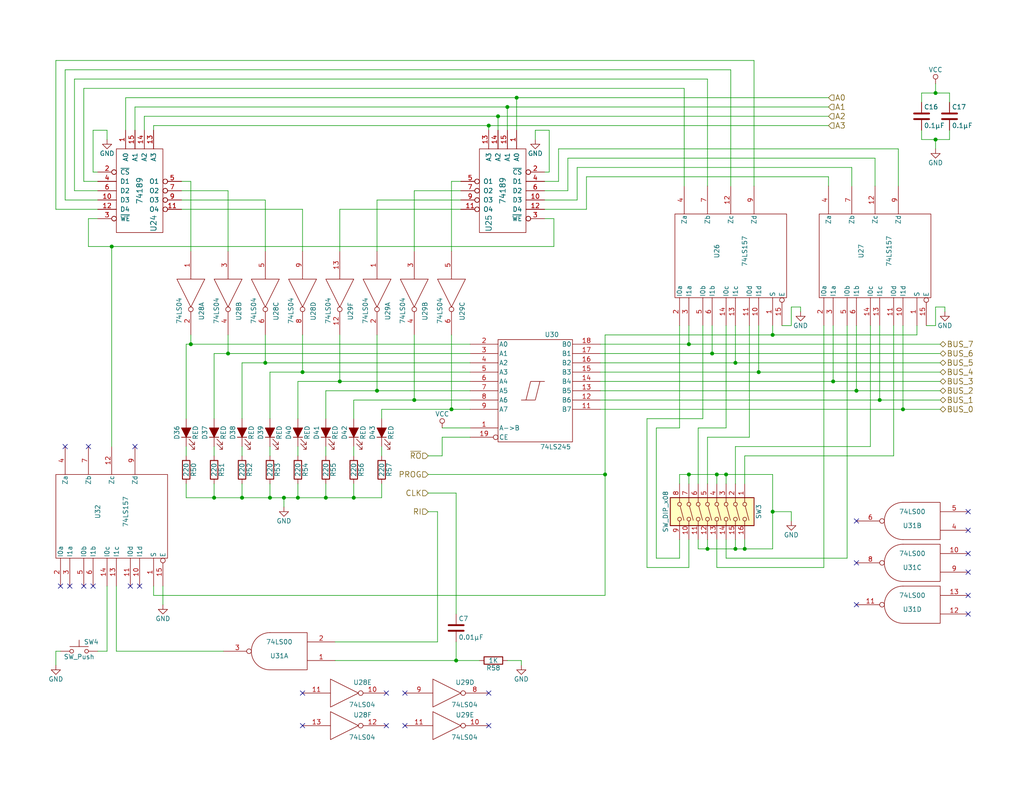
<source format=kicad_sch>
(kicad_sch (version 20231120) (generator "eeschema") (generator_version "8.0")
  (paper "USLetter")
  (lib_symbols
    (symbol "8bit-computer-rescue:74189-8bit-computer-rescue" (pin_names (offset 1.016))
      (property "Reference" "U" (at 8.89 -3.81 0))
      (property "Value" "8bit-computer-rescue:74189" (at 0 0 0))
      (symbol "74189-8bit-computer-rescue_0_1"
        (rectangle (start -11.43 6.35) (end 11.43 -6.35))
      )
      (symbol "74189-8bit-computer-rescue_1_1"
        (pin input line (at -16.51 3.81 0) (length 5.08) (name "A0") (number "1"))
        (pin input line (at 2.54 11.43 270) (length 5.08) (name "D3") (number "10"))
        (pin output inverted (at 5.08 -11.43 90) (length 5.08) (name "O4") (number "11"))
        (pin input line (at 5.08 11.43 270) (length 5.08) (name "D4") (number "12"))
        (pin input line (at -16.51 -3.81 0) (length 5.08) (name "A3") (number "13"))
        (pin input line (at -16.51 -1.27 0) (length 5.08) (name "A2") (number "14"))
        (pin input line (at -16.51 1.27 0) (length 5.08) (name "A1") (number "15"))
        (pin power_in line (at 10.16 11.43 270) (length 5.08) hide (name "VCC") (number "16"))
        (pin input inverted (at -5.08 11.43 270) (length 5.08) (name "~{CS}") (number "2"))
        (pin input inverted (at 7.62 11.43 270) (length 5.08) (name "~{WE}") (number "3"))
        (pin input line (at -2.54 11.43 270) (length 5.08) (name "D1") (number "4"))
        (pin output inverted (at -2.54 -11.43 90) (length 5.08) (name "O1") (number "5"))
        (pin input line (at 0 11.43 270) (length 5.08) (name "D2") (number "6"))
        (pin output inverted (at 0 -11.43 90) (length 5.08) (name "O2") (number "7"))
        (pin power_in line (at 10.16 -11.43 90) (length 5.08) hide (name "GND") (number "8"))
        (pin output inverted (at 2.54 -11.43 90) (length 5.08) (name "O3") (number "9"))
      )
    )
    (symbol "8bit-computer-rescue:74LS00-8bit-computer-rescue" (pin_names (offset 0.762))
      (property "Reference" "U" (at 0 1.27 0))
      (property "Value" "8bit-computer-rescue:74LS00" (at 0 -2.54 0))
      (symbol "74LS00-8bit-computer-rescue_0_0"
        (pin power_in line (at -5.08 5.08 270) (length 0) hide (name "VCC") (number "14"))
        (pin power_in line (at -5.08 -5.08 90) (length 0) hide (name "GND") (number "7"))
      )
      (symbol "74LS00-8bit-computer-rescue_0_1"
        (polyline (pts (xy 2.54 5.08) (xy -7.62 5.08) (xy -7.62 -5.08) (xy 2.54 -5.08)))
        (arc (start 2.54 -5.08) (mid 7.62 0) (end 2.54 5.08))
      )
      (symbol "74LS00-8bit-computer-rescue_0_2"
        (arc (start -7.62 -5.08) (mid -5.2253 0) (end -7.62 5.08))
        (arc (start 0 -5.08) (mid 4.5408 -3.6305) (end 7.62 0))
        (polyline (pts (xy -7.62 -5.08) (xy 0 -5.08)))
        (polyline (pts (xy -7.62 5.08) (xy 0 5.08)))
        (arc (start 7.62 0) (mid 4.5343 3.6226) (end 0 5.08))
      )
      (symbol "74LS00-8bit-computer-rescue_1_1"
        (pin input line (at -15.24 2.54 0) (length 7.62) (name "~") (number "1"))
        (pin input line (at -15.24 -2.54 0) (length 7.62) (name "~") (number "2"))
        (pin output inverted (at 15.24 0 180) (length 7.62) (name "~") (number "3"))
      )
      (symbol "74LS00-8bit-computer-rescue_1_2"
        (pin input inverted (at -15.24 2.54 0) (length 9.398) (name "~") (number "1"))
        (pin input inverted (at -15.24 -2.54 0) (length 9.398) (name "~") (number "2"))
        (pin output line (at 15.24 0 180) (length 7.62) (name "~") (number "3"))
      )
      (symbol "74LS00-8bit-computer-rescue_2_1"
        (pin input line (at -15.24 2.54 0) (length 7.62) (name "~") (number "4"))
        (pin input line (at -15.24 -2.54 0) (length 7.62) (name "~") (number "5"))
        (pin output inverted (at 15.24 0 180) (length 7.62) (name "~") (number "6"))
      )
      (symbol "74LS00-8bit-computer-rescue_2_2"
        (pin input inverted (at -15.24 2.54 0) (length 9.398) (name "~") (number "4"))
        (pin input inverted (at -15.24 -2.54 0) (length 9.398) (name "~") (number "5"))
        (pin output line (at 15.24 0 180) (length 7.62) (name "~") (number "6"))
      )
      (symbol "74LS00-8bit-computer-rescue_3_1"
        (pin input line (at -15.24 -2.54 0) (length 7.62) (name "~") (number "10"))
        (pin output inverted (at 15.24 0 180) (length 7.62) (name "~") (number "8"))
        (pin input line (at -15.24 2.54 0) (length 7.62) (name "~") (number "9"))
      )
      (symbol "74LS00-8bit-computer-rescue_3_2"
        (pin input inverted (at -15.24 -2.54 0) (length 9.398) (name "~") (number "10"))
        (pin output line (at 15.24 0 180) (length 7.62) (name "~") (number "8"))
        (pin input inverted (at -15.24 2.54 0) (length 9.398) (name "~") (number "9"))
      )
      (symbol "74LS00-8bit-computer-rescue_4_1"
        (pin output inverted (at 15.24 0 180) (length 7.62) (name "~") (number "11"))
        (pin input line (at -15.24 2.54 0) (length 7.62) (name "~") (number "12"))
        (pin input line (at -15.24 -2.54 0) (length 7.62) (name "~") (number "13"))
      )
      (symbol "74LS00-8bit-computer-rescue_4_2"
        (pin output line (at 15.24 0 180) (length 7.62) (name "~") (number "11"))
        (pin input inverted (at -15.24 2.54 0) (length 9.398) (name "~") (number "12"))
        (pin input inverted (at -15.24 -2.54 0) (length 9.398) (name "~") (number "13"))
      )
    )
    (symbol "8bit-computer-rescue:74LS04-8bit-computer-rescue" (pin_names (offset 0.762))
      (property "Reference" "U" (at 4.953 2.921 0))
      (property "Value" "8bit-computer-rescue:74LS04" (at 4.826 -3.175 0))
      (symbol "74LS04-8bit-computer-rescue_0_0"
        (polyline (pts (xy -3.81 3.81) (xy -3.81 -3.81) (xy 3.81 0) (xy -3.81 3.81)))
        (pin power_in line (at -1.27 2.54 90) (length 0) hide (name "VCC") (number "14"))
        (pin power_in line (at -1.27 -2.54 90) (length 0) hide (name "GND") (number "7"))
      )
      (symbol "74LS04-8bit-computer-rescue_1_1"
        (pin input line (at -11.43 0 0) (length 7.62) (name "~") (number "1"))
        (pin output inverted (at 11.43 0 180) (length 7.62) (name "~") (number "2"))
      )
      (symbol "74LS04-8bit-computer-rescue_1_2"
        (pin input inverted (at -11.43 0 0) (length 7.62) (name "~") (number "1"))
        (pin output line (at 11.43 0 180) (length 7.62) (name "~") (number "2"))
      )
      (symbol "74LS04-8bit-computer-rescue_2_1"
        (pin input line (at -11.43 0 0) (length 7.62) (name "~") (number "3"))
        (pin output inverted (at 11.43 0 180) (length 7.62) (name "~") (number "4"))
      )
      (symbol "74LS04-8bit-computer-rescue_2_2"
        (pin input inverted (at -11.43 0 0) (length 7.62) (name "~") (number "3"))
        (pin output line (at 11.43 0 180) (length 7.62) (name "~") (number "4"))
      )
      (symbol "74LS04-8bit-computer-rescue_3_1"
        (pin input line (at -11.43 0 0) (length 7.62) (name "~") (number "5"))
        (pin output inverted (at 11.43 0 180) (length 7.62) (name "~") (number "6"))
      )
      (symbol "74LS04-8bit-computer-rescue_3_2"
        (pin input inverted (at -11.43 0 0) (length 7.62) (name "~") (number "5"))
        (pin output line (at 11.43 0 180) (length 7.62) (name "~") (number "6"))
      )
      (symbol "74LS04-8bit-computer-rescue_4_1"
        (pin output inverted (at 11.43 0 180) (length 7.62) (name "~") (number "8"))
        (pin input line (at -11.43 0 0) (length 7.62) (name "~") (number "9"))
      )
      (symbol "74LS04-8bit-computer-rescue_4_2"
        (pin output line (at 11.43 0 180) (length 7.62) (name "~") (number "8"))
        (pin input inverted (at -11.43 0 0) (length 7.62) (name "~") (number "9"))
      )
      (symbol "74LS04-8bit-computer-rescue_5_1"
        (pin output inverted (at 11.43 0 180) (length 7.62) (name "~") (number "10"))
        (pin input line (at -11.43 0 0) (length 7.62) (name "~") (number "11"))
      )
      (symbol "74LS04-8bit-computer-rescue_5_2"
        (pin output line (at 11.43 0 180) (length 7.62) (name "~") (number "10"))
        (pin input inverted (at -11.43 0 0) (length 7.62) (name "~") (number "11"))
      )
      (symbol "74LS04-8bit-computer-rescue_6_1"
        (pin output inverted (at 11.43 0 180) (length 7.62) (name "~") (number "12"))
        (pin input line (at -11.43 0 0) (length 7.62) (name "~") (number "13"))
      )
      (symbol "74LS04-8bit-computer-rescue_6_2"
        (pin output line (at 11.43 0 180) (length 7.62) (name "~") (number "12"))
        (pin input inverted (at -11.43 0 0) (length 7.62) (name "~") (number "13"))
      )
    )
    (symbol "8bit-computer-rescue:74LS157-8bit-computer-rescue" (pin_names (offset 0.254))
      (property "Reference" "U" (at 1.27 3.81 0))
      (property "Value" "8bit-computer-rescue:74LS157" (at 1.27 -3.81 0))
      (symbol "74LS157-8bit-computer-rescue_0_0"
        (pin power_in line (at -8.89 15.24 90) (length 0) hide (name "VCC") (number "16"))
        (pin power_in line (at -8.89 -15.24 90) (length 0) hide (name "GND") (number "8"))
      )
      (symbol "74LS157-8bit-computer-rescue_0_1"
        (rectangle (start -11.43 15.24) (end 11.43 -15.24))
      )
      (symbol "74LS157-8bit-computer-rescue_1_1"
        (pin input line (at -19.05 -11.43 0) (length 7.62) (name "S") (number "1"))
        (pin input line (at -19.05 -7.62 0) (length 7.62) (name "I1d") (number "10"))
        (pin input line (at -19.05 -5.08 0) (length 7.62) (name "I0d") (number "11"))
        (pin output line (at 19.05 0 180) (length 7.62) (name "Zc") (number "12"))
        (pin input line (at -19.05 -1.27 0) (length 7.62) (name "I1c") (number "13"))
        (pin input line (at -19.05 1.27 0) (length 7.62) (name "I0c") (number "14"))
        (pin input inverted (at -19.05 -13.97 0) (length 7.62) (name "E") (number "15"))
        (pin input line (at -19.05 13.97 0) (length 7.62) (name "I0a") (number "2"))
        (pin input line (at -19.05 11.43 0) (length 7.62) (name "I1a") (number "3"))
        (pin output line (at 19.05 12.7 180) (length 7.62) (name "Za") (number "4"))
        (pin input line (at -19.05 7.62 0) (length 7.62) (name "I0b") (number "5"))
        (pin input line (at -19.05 5.08 0) (length 7.62) (name "I1b") (number "6"))
        (pin output line (at 19.05 6.35 180) (length 7.62) (name "Zb") (number "7"))
        (pin output line (at 19.05 -6.35 180) (length 7.62) (name "Zd") (number "9"))
      )
    )
    (symbol "8bit-computer-rescue:74LS245-8bit-computer-rescue" (pin_names (offset 0.254))
      (property "Reference" "U" (at 2.54 14.605 0))
      (property "Value" "8bit-computer-rescue:74LS245" (at 1.27 -14.605 0))
      (symbol "74LS245-8bit-computer-rescue_0_0"
        (pin power_in line (at 0 -13.97 90) (length 0) hide (name "GND") (number "10"))
        (pin power_in line (at 0 13.97 270) (length 0) hide (name "VCC") (number "20"))
      )
      (symbol "74LS245-8bit-computer-rescue_0_1"
        (rectangle (start -10.16 13.97) (end 10.16 -13.97))
        (polyline (pts (xy 1.27 2.54) (xy 0 -2.54) (xy -2.54 -2.54)))
        (polyline (pts (xy 2.54 2.54) (xy -1.27 2.54) (xy -2.54 -2.54) (xy -3.81 -2.54)))
      )
      (symbol "74LS245-8bit-computer-rescue_1_1"
        (pin input line (at -17.78 -10.16 0) (length 7.62) (name "A->B") (number "1"))
        (pin tri_state line (at 17.78 -5.08 180) (length 7.62) (name "B7") (number "11"))
        (pin tri_state line (at 17.78 -2.54 180) (length 7.62) (name "B6") (number "12"))
        (pin tri_state line (at 17.78 0 180) (length 7.62) (name "B5") (number "13"))
        (pin tri_state line (at 17.78 2.54 180) (length 7.62) (name "B4") (number "14"))
        (pin tri_state line (at 17.78 5.08 180) (length 7.62) (name "B3") (number "15"))
        (pin tri_state line (at 17.78 7.62 180) (length 7.62) (name "B2") (number "16"))
        (pin tri_state line (at 17.78 10.16 180) (length 7.62) (name "B1") (number "17"))
        (pin tri_state line (at 17.78 12.7 180) (length 7.62) (name "B0") (number "18"))
        (pin input inverted (at -17.78 -12.7 0) (length 7.62) (name "CE") (number "19"))
        (pin tri_state line (at -17.78 12.7 0) (length 7.62) (name "A0") (number "2"))
        (pin tri_state line (at -17.78 10.16 0) (length 7.62) (name "A1") (number "3"))
        (pin tri_state line (at -17.78 7.62 0) (length 7.62) (name "A2") (number "4"))
        (pin tri_state line (at -17.78 5.08 0) (length 7.62) (name "A3") (number "5"))
        (pin tri_state line (at -17.78 2.54 0) (length 7.62) (name "A4") (number "6"))
        (pin tri_state line (at -17.78 0 0) (length 7.62) (name "A5") (number "7"))
        (pin tri_state line (at -17.78 -2.54 0) (length 7.62) (name "A6") (number "8"))
        (pin tri_state line (at -17.78 -5.08 0) (length 7.62) (name "A7") (number "9"))
      )
    )
    (symbol "8bit-computer-rescue:GND-power" (power) (pin_names (offset 0))
      (property "Value" "power:GND" (at 0 -3.81 0))
      (symbol "GND-power_0_1"
        (polyline (pts (xy 0 0) (xy 0 -1.27) (xy 1.27 -1.27) (xy 0 -2.54) (xy -1.27 -1.27) (xy 0 -1.27)))
      )
      (symbol "GND-power_1_1"
        (pin power_in line (at 0 0 270) (length 0) hide (name "GND") (number "1"))
      )
    )
    (symbol "8bit-computer-rescue:LED_ALT-Device" (pin_numbers hide) (pin_names (offset 1.016) hide)
      (property "Reference" "D" (at 0 2.54 0))
      (property "Value" "Device:LED_ALT" (at 0 -2.54 0))
      (symbol "LED_ALT-Device_0_1"
        (polyline (pts (xy -1.27 -1.27) (xy -1.27 1.27)) (stroke (width 0.2032)))
        (polyline (pts (xy -1.27 0) (xy 1.27 0)))
        (polyline (pts (xy 1.27 -1.27) (xy 1.27 1.27) (xy -1.27 0) (xy 1.27 -1.27)) (stroke (width 0.2032)) (fill (type outline)))
        (polyline (pts (xy -3.048 -0.762) (xy -4.572 -2.286) (xy -3.81 -2.286) (xy -4.572 -2.286) (xy -4.572 -1.524)))
        (polyline (pts (xy -1.778 -0.762) (xy -3.302 -2.286) (xy -2.54 -2.286) (xy -3.302 -2.286) (xy -3.302 -1.524)))
      )
      (symbol "LED_ALT-Device_1_1"
        (pin passive line (at -3.81 0 0) (length 2.54) (name "K") (number "1"))
        (pin passive line (at 3.81 0 180) (length 2.54) (name "A") (number "2"))
      )
    )
    (symbol "8bit-computer-rescue:SW_DIP_x08-8bit-computer-rescue" (pin_names (offset 0) hide)
      (property "Reference" "SW" (at 0 13.97 0))
      (property "Value" "8bit-computer-rescue:SW_DIP_x08" (at 0 -11.43 0))
      (symbol "SW_DIP_x08-8bit-computer-rescue_0_0"
        (circle (center -2.032 -7.62) (radius 0.508))
        (circle (center -2.032 -5.08) (radius 0.508))
        (circle (center -2.032 -2.54) (radius 0.508))
        (circle (center -2.032 0) (radius 0.508))
        (circle (center -2.032 2.54) (radius 0.508))
        (circle (center -2.032 5.08) (radius 0.508))
        (circle (center -2.032 7.62) (radius 0.508))
        (circle (center -2.032 10.16) (radius 0.508))
        (polyline (pts (xy -1.524 -7.4676) (xy 2.3622 -6.4262)))
        (polyline (pts (xy -1.524 -4.9276) (xy 2.3622 -3.8862)))
        (polyline (pts (xy -1.524 -2.3876) (xy 2.3622 -1.3462)))
        (polyline (pts (xy -1.524 0.127) (xy 2.3622 1.1684)))
        (polyline (pts (xy -1.524 2.667) (xy 2.3622 3.7084)))
        (polyline (pts (xy -1.524 5.207) (xy 2.3622 6.2484)))
        (polyline (pts (xy -1.524 7.747) (xy 2.3622 8.7884)))
        (polyline (pts (xy -1.524 10.287) (xy 2.3622 11.3284)))
        (circle (center 2.032 -7.62) (radius 0.508))
        (circle (center 2.032 -5.08) (radius 0.508))
        (circle (center 2.032 -2.54) (radius 0.508))
        (circle (center 2.032 0) (radius 0.508))
        (circle (center 2.032 2.54) (radius 0.508))
        (circle (center 2.032 5.08) (radius 0.508))
        (circle (center 2.032 7.62) (radius 0.508))
        (circle (center 2.032 10.16) (radius 0.508))
      )
      (symbol "SW_DIP_x08-8bit-computer-rescue_0_1"
        (rectangle (start -3.81 12.7) (end 3.81 -10.16) (stroke (width 0.254)) (fill (type background)))
      )
      (symbol "SW_DIP_x08-8bit-computer-rescue_1_1"
        (pin passive line (at -7.62 10.16 0) (length 5.08) (name "~") (number "1"))
        (pin passive line (at 7.62 -5.08 180) (length 5.08) (name "~") (number "10"))
        (pin passive line (at 7.62 -2.54 180) (length 5.08) (name "~") (number "11"))
        (pin passive line (at 7.62 0 180) (length 5.08) (name "~") (number "12"))
        (pin passive line (at 7.62 2.54 180) (length 5.08) (name "~") (number "13"))
        (pin passive line (at 7.62 5.08 180) (length 5.08) (name "~") (number "14"))
        (pin passive line (at 7.62 7.62 180) (length 5.08) (name "~") (number "15"))
        (pin passive line (at 7.62 10.16 180) (length 5.08) (name "~") (number "16"))
        (pin passive line (at -7.62 7.62 0) (length 5.08) (name "~") (number "2"))
        (pin passive line (at -7.62 5.08 0) (length 5.08) (name "~") (number "3"))
        (pin passive line (at -7.62 2.54 0) (length 5.08) (name "~") (number "4"))
        (pin passive line (at -7.62 0 0) (length 5.08) (name "~") (number "5"))
        (pin passive line (at -7.62 -2.54 0) (length 5.08) (name "~") (number "6"))
        (pin passive line (at -7.62 -5.08 0) (length 5.08) (name "~") (number "7"))
        (pin passive line (at -7.62 -7.62 0) (length 5.08) (name "~") (number "8"))
        (pin passive line (at 7.62 -7.62 180) (length 5.08) (name "~") (number "9"))
      )
    )
    (symbol "8bit-computer-rescue:SW_Push-8bit-computer-rescue" (pin_numbers hide) (pin_names (offset 1.016) hide)
      (property "Reference" "SW" (at 1.27 2.54 0))
      (property "Value" "8bit-computer-rescue:SW_Push" (at 0 -1.524 0))
      (symbol "SW_Push-8bit-computer-rescue_0_1"
        (circle (center -2.032 0) (radius 0.508))
        (polyline (pts (xy 0 1.27) (xy 0 3.048)))
        (polyline (pts (xy 2.54 1.27) (xy -2.54 1.27)))
        (circle (center 2.032 0) (radius 0.508))
        (pin passive line (at -5.08 0 0) (length 2.54) (name "1") (number "1"))
        (pin passive line (at 5.08 0 180) (length 2.54) (name "2") (number "2"))
      )
    )
    (symbol "8bit-computer-rescue:VCC-power" (power) (pin_names (offset 0))
      (property "Value" "power:VCC" (at 0 3.81 0))
      (symbol "VCC-power_0_1"
        (polyline (pts (xy 0 0) (xy 0 1.27)))
        (circle (center 0 1.905) (radius 0.635))
      )
      (symbol "VCC-power_1_1"
        (pin power_in line (at 0 0 90) (length 0) hide (name "VCC") (number "1"))
      )
    )
    (symbol "Device:C" (pin_numbers hide) (pin_names (offset 0.254))
      (property "Reference" "C" (at 0.635 2.54 0))
      (property "Value" "C" (at 0.635 -2.54 0))
      (symbol "C_0_1"
        (polyline (pts (xy -2.032 -0.762) (xy 2.032 -0.762)) (stroke (width 0.508)))
        (polyline (pts (xy -2.032 0.762) (xy 2.032 0.762)) (stroke (width 0.508)))
      )
      (symbol "C_1_1"
        (pin passive line (at 0 3.81 270) (length 2.794) (name "~") (number "1"))
        (pin passive line (at 0 -3.81 90) (length 2.794) (name "~") (number "2"))
      )
    )
    (symbol "Device:R" (pin_numbers hide) (pin_names (offset 0))
      (property "Reference" "R" (at 2.032 0 90))
      (property "Value" "R" (at 0 0 90))
      (symbol "R_0_1"
        (rectangle (start -1.016 -2.54) (end 1.016 2.54) (stroke (width 0.254)))
      )
      (symbol "R_1_1"
        (pin passive line (at 0 3.81 270) (length 1.27) (name "~") (number "1"))
        (pin passive line (at 0 -3.81 90) (length 1.27) (name "~") (number "2"))
      )
    )
  )
  (junction (at 102.87 106.68))
  (junction (at 195.58 129.54))
  (junction (at 233.68 106.68))
  (junction (at 207.01 101.6))
  (junction (at 198.12 129.54))
  (junction (at 255.27 38.1))
  (junction (at 81.28 135.89))
  (junction (at 88.9 135.89))
  (junction (at 210.82 139.7))
  (junction (at 227.33 104.14))
  (junction (at 200.66 149.86))
  (junction (at 92.71 104.14))
  (junction (at 52.07 93.98))
  (junction (at 187.96 129.54))
  (junction (at 123.19 111.76))
  (junction (at 62.23 96.52))
  (junction (at 138.43 29.21))
  (junction (at 187.96 93.98))
  (junction (at 124.46 180.34))
  (junction (at 140.97 26.67))
  (junction (at 77.47 135.89))
  (junction (at 82.55 101.6))
  (junction (at 66.04 135.89))
  (junction (at 30.48 67.31))
  (junction (at 113.03 109.22))
  (junction (at 203.2 149.86))
  (junction (at 240.03 109.22))
  (junction (at 210.82 91.44))
  (junction (at 72.39 99.06))
  (junction (at 246.38 111.76))
  (junction (at 194.31 96.52))
  (junction (at 200.66 99.06))
  (junction (at 135.89 31.75))
  (junction (at 165.1 129.54))
  (junction (at 73.66 135.89))
  (junction (at 255.27 25.4))
  (junction (at 193.04 149.86))
  (junction (at 133.35 34.29))
  (junction (at 58.42 135.89))
  (junction (at 96.52 135.89))
  (no_connect (at 110.49 198.12))
  (no_connect (at 264.16 162.56))
  (no_connect (at 105.41 189.23))
  (no_connect (at 36.83 121.92))
  (no_connect (at 82.55 189.23))
  (no_connect (at 110.49 189.23))
  (no_connect (at 16.51 160.02))
  (no_connect (at 264.16 167.64))
  (no_connect (at 264.16 144.78))
  (no_connect (at 264.16 151.13))
  (no_connect (at 233.68 153.67))
  (no_connect (at 38.1 160.02))
  (no_connect (at 82.55 198.12))
  (no_connect (at 264.16 139.7))
  (no_connect (at 233.68 165.1))
  (no_connect (at 22.86 160.02))
  (no_connect (at 105.41 198.12))
  (no_connect (at 233.68 142.24))
  (no_connect (at 35.56 160.02))
  (no_connect (at 17.78 121.92))
  (no_connect (at 133.35 189.23))
  (no_connect (at 24.13 121.92))
  (no_connect (at 133.35 198.12))
  (no_connect (at 264.16 156.21))
  (no_connect (at 19.05 160.02))
  (no_connect (at 25.4 160.02))
  (wire (pts (xy 30.48 67.31) (xy 24.13 67.31)))
  (wire (pts (xy 199.39 19.05) (xy 199.39 50.8)))
  (wire (pts (xy 82.55 91.44) (xy 82.55 101.6)))
  (wire (pts (xy 29.21 35.56) (xy 29.21 38.1)))
  (wire (pts (xy 165.1 129.54) (xy 165.1 162.56)))
  (wire (pts (xy 73.66 101.6) (xy 82.55 101.6)))
  (wire (pts (xy 133.35 34.29) (xy 226.06 34.29)))
  (wire (pts (xy 190.5 149.86) (xy 190.5 147.32)))
  (wire (pts (xy 255.27 25.4) (xy 259.08 25.4)))
  (wire (pts (xy 102.87 106.68) (xy 128.27 106.68)))
  (wire (pts (xy 66.04 99.06) (xy 66.04 114.3)))
  (wire (pts (xy 92.71 104.14) (xy 128.27 104.14)))
  (wire (pts (xy 250.19 91.44) (xy 250.19 88.9)))
  (wire (pts (xy 193.04 21.59) (xy 193.04 50.8)))
  (wire (pts (xy 152.4 49.53) (xy 148.59 49.53)))
  (wire (pts (xy 190.5 132.08) (xy 190.5 116.84)))
  (wire (pts (xy 17.78 54.61) (xy 26.67 54.61)))
  (wire (pts (xy 41.91 35.56) (xy 41.91 34.29)))
  (wire (pts (xy 227.33 104.14) (xy 256.54 104.14)))
  (wire (pts (xy 62.23 52.07) (xy 62.23 68.58)))
  (wire (pts (xy 135.89 31.75) (xy 135.89 35.56)))
  (wire (pts (xy 165.1 91.44) (xy 210.82 91.44)))
  (wire (pts (xy 116.84 129.54) (xy 165.1 129.54)))
  (wire (pts (xy 193.04 132.08) (xy 193.04 119.38)))
  (wire (pts (xy 215.9 83.82) (xy 218.44 83.82)))
  (wire (pts (xy 138.43 29.21) (xy 226.06 29.21)))
  (wire (pts (xy 140.97 26.67) (xy 226.06 26.67)))
  (wire (pts (xy 193.04 147.32) (xy 193.04 149.86)))
  (wire (pts (xy 195.58 154.94) (xy 224.79 154.94)))
  (wire (pts (xy 198.12 132.08) (xy 198.12 129.54)))
  (wire (pts (xy 41.91 34.29) (xy 133.35 34.29)))
  (wire (pts (xy 203.2 149.86) (xy 200.66 149.86)))
  (wire (pts (xy 152.4 40.64) (xy 245.11 40.64)))
  (wire (pts (xy 135.89 31.75) (xy 226.06 31.75)))
  (wire (pts (xy 255.27 83.82) (xy 257.81 83.82)))
  (wire (pts (xy 187.96 93.98) (xy 187.96 88.9)))
  (wire (pts (xy 17.78 19.05) (xy 17.78 54.61)))
  (wire (pts (xy 52.07 91.44) (xy 52.07 93.98)))
  (wire (pts (xy 140.97 35.56) (xy 140.97 26.67)))
  (wire (pts (xy 232.41 45.72) (xy 232.41 50.8)))
  (wire (pts (xy 163.83 106.68) (xy 233.68 106.68)))
  (wire (pts (xy 200.66 149.86) (xy 193.04 149.86)))
  (wire (pts (xy 151.13 67.31) (xy 30.48 67.31)))
  (wire (pts (xy 146.05 38.1) (xy 146.05 35.56)))
  (wire (pts (xy 25.4 35.56) (xy 29.21 35.56)))
  (wire (pts (xy 193.04 119.38) (xy 204.47 119.38)))
  (wire (pts (xy 72.39 99.06) (xy 128.27 99.06)))
  (wire (pts (xy 215.9 139.7) (xy 215.9 142.24)))
  (wire (pts (xy 186.69 24.13) (xy 186.69 50.8)))
  (wire (pts (xy 96.52 109.22) (xy 96.52 114.3)))
  (wire (pts (xy 198.12 116.84) (xy 198.12 88.9)))
  (wire (pts (xy 66.04 132.08) (xy 66.04 135.89)))
  (wire (pts (xy 176.53 114.3) (xy 191.77 114.3)))
  (wire (pts (xy 165.1 91.44) (xy 165.1 129.54)))
  (wire (pts (xy 15.24 16.51) (xy 205.74 16.51)))
  (wire (pts (xy 73.66 121.92) (xy 73.66 124.46)))
  (wire (pts (xy 81.28 132.08) (xy 81.28 135.89)))
  (wire (pts (xy 185.42 132.08) (xy 185.42 129.54)))
  (wire (pts (xy 66.04 99.06) (xy 72.39 99.06)))
  (wire (pts (xy 96.52 121.92) (xy 96.52 124.46)))
  (wire (pts (xy 41.91 162.56) (xy 41.91 160.02)))
  (wire (pts (xy 194.31 96.52) (xy 256.54 96.52)))
  (wire (pts (xy 251.46 35.56) (xy 251.46 38.1)))
  (wire (pts (xy 187.96 147.32) (xy 187.96 154.94)))
  (wire (pts (xy 81.28 104.14) (xy 81.28 114.3)))
  (wire (pts (xy 124.46 180.34) (xy 124.46 175.26)))
  (wire (pts (xy 91.44 180.34) (xy 124.46 180.34)))
  (wire (pts (xy 81.28 121.92) (xy 81.28 124.46)))
  (wire (pts (xy 20.32 52.07) (xy 26.67 52.07)))
  (wire (pts (xy 163.83 99.06) (xy 200.66 99.06)))
  (wire (pts (xy 259.08 38.1) (xy 259.08 35.56)))
  (wire (pts (xy 198.12 147.32) (xy 198.12 152.4)))
  (wire (pts (xy 34.29 26.67) (xy 34.29 35.56)))
  (wire (pts (xy 39.37 31.75) (xy 135.89 31.75)))
  (wire (pts (xy 148.59 52.07) (xy 154.94 52.07)))
  (wire (pts (xy 104.14 135.89) (xy 104.14 132.08)))
  (wire (pts (xy 77.47 138.43) (xy 77.47 135.89)))
  (wire (pts (xy 187.96 93.98) (xy 256.54 93.98)))
  (wire (pts (xy 17.78 19.05) (xy 199.39 19.05)))
  (wire (pts (xy 52.07 93.98) (xy 128.27 93.98)))
  (wire (pts (xy 193.04 149.86) (xy 190.5 149.86)))
  (wire (pts (xy 152.4 40.64) (xy 152.4 49.53)))
  (wire (pts (xy 179.07 152.4) (xy 185.42 152.4)))
  (wire (pts (xy 205.74 16.51) (xy 205.74 50.8)))
  (wire (pts (xy 92.71 57.15) (xy 125.73 57.15)))
  (wire (pts (xy 163.83 109.22) (xy 240.03 109.22)))
  (wire (pts (xy 73.66 101.6) (xy 73.66 114.3)))
  (wire (pts (xy 25.4 46.99) (xy 25.4 35.56)))
  (wire (pts (xy 123.19 49.53) (xy 123.19 68.58)))
  (wire (pts (xy 66.04 121.92) (xy 66.04 124.46)))
  (wire (pts (xy 240.03 109.22) (xy 240.03 88.9)))
  (wire (pts (xy 210.82 91.44) (xy 210.82 88.9)))
  (wire (pts (xy 50.8 93.98) (xy 52.07 93.98)))
  (wire (pts (xy 163.83 93.98) (xy 187.96 93.98)))
  (wire (pts (xy 138.43 180.34) (xy 142.24 180.34)))
  (wire (pts (xy 210.82 139.7) (xy 215.9 139.7)))
  (wire (pts (xy 185.42 88.9) (xy 185.42 116.84)))
  (wire (pts (xy 204.47 119.38) (xy 204.47 88.9)))
  (wire (pts (xy 226.06 50.8) (xy 226.06 48.26)))
  (wire (pts (xy 16.51 177.8) (xy 15.24 177.8)))
  (wire (pts (xy 237.49 88.9) (xy 237.49 121.92)))
  (wire (pts (xy 210.82 139.7) (xy 210.82 149.86)))
  (wire (pts (xy 191.77 114.3) (xy 191.77 88.9)))
  (wire (pts (xy 88.9 135.89) (xy 96.52 135.89)))
  (wire (pts (xy 255.27 88.9) (xy 255.27 83.82)))
  (wire (pts (xy 259.08 25.4) (xy 259.08 27.94)))
  (wire (pts (xy 49.53 49.53) (xy 52.07 49.53)))
  (wire (pts (xy 246.38 111.76) (xy 246.38 88.9)))
  (wire (pts (xy 88.9 106.68) (xy 88.9 114.3)))
  (wire (pts (xy 227.33 104.14) (xy 227.33 88.9)))
  (wire (pts (xy 233.68 106.68) (xy 256.54 106.68)))
  (wire (pts (xy 73.66 135.89) (xy 77.47 135.89)))
  (wire (pts (xy 88.9 121.92) (xy 88.9 124.46)))
  (wire (pts (xy 154.94 43.18) (xy 238.76 43.18)))
  (wire (pts (xy 187.96 132.08) (xy 187.96 129.54)))
  (wire (pts (xy 62.23 91.44) (xy 62.23 96.52)))
  (wire (pts (xy 72.39 54.61) (xy 72.39 68.58)))
  (wire (pts (xy 58.42 96.52) (xy 58.42 114.3)))
  (wire (pts (xy 194.31 96.52) (xy 194.31 88.9)))
  (wire (pts (xy 104.14 121.92) (xy 104.14 124.46)))
  (wire (pts (xy 200.66 99.06) (xy 256.54 99.06)))
  (wire (pts (xy 22.86 49.53) (xy 26.67 49.53)))
  (wire (pts (xy 193.04 21.59) (xy 20.32 21.59)))
  (wire (pts (xy 30.48 121.92) (xy 30.48 67.31)))
  (wire (pts (xy 22.86 24.13) (xy 186.69 24.13)))
  (wire (pts (xy 124.46 134.62) (xy 124.46 167.64)))
  (wire (pts (xy 149.86 46.99) (xy 148.59 46.99)))
  (wire (pts (xy 163.83 96.52) (xy 194.31 96.52)))
  (wire (pts (xy 200.66 121.92) (xy 200.66 132.08)))
  (wire (pts (xy 29.21 177.8) (xy 29.21 160.02)))
  (wire (pts (xy 210.82 149.86) (xy 203.2 149.86)))
  (wire (pts (xy 26.67 46.99) (xy 25.4 46.99)))
  (wire (pts (xy 62.23 96.52) (xy 128.27 96.52)))
  (wire (pts (xy 176.53 154.94) (xy 176.53 114.3)))
  (wire (pts (xy 252.73 88.9) (xy 255.27 88.9)))
  (wire (pts (xy 50.8 121.92) (xy 50.8 124.46)))
  (wire (pts (xy 210.82 91.44) (xy 250.19 91.44)))
  (wire (pts (xy 195.58 132.08) (xy 195.58 129.54)))
  (wire (pts (xy 148.59 59.69) (xy 151.13 59.69)))
  (wire (pts (xy 96.52 135.89) (xy 104.14 135.89)))
  (wire (pts (xy 44.45 160.02) (xy 44.45 165.1)))
  (wire (pts (xy 245.11 40.64) (xy 245.11 50.8)))
  (wire (pts (xy 92.71 57.15) (xy 92.71 68.58)))
  (wire (pts (xy 157.48 54.61) (xy 157.48 45.72)))
  (wire (pts (xy 203.2 147.32) (xy 203.2 149.86)))
  (wire (pts (xy 149.86 35.56) (xy 149.86 46.99)))
  (wire (pts (xy 190.5 116.84) (xy 198.12 116.84)))
  (wire (pts (xy 255.27 38.1) (xy 259.08 38.1)))
  (wire (pts (xy 50.8 93.98) (xy 50.8 114.3)))
  (wire (pts (xy 200.66 99.06) (xy 200.66 88.9)))
  (wire (pts (xy 198.12 129.54) (xy 210.82 129.54)))
  (wire (pts (xy 243.84 88.9) (xy 243.84 124.46)))
  (wire (pts (xy 123.19 91.44) (xy 123.19 111.76)))
  (wire (pts (xy 50.8 132.08) (xy 50.8 135.89)))
  (wire (pts (xy 102.87 54.61) (xy 102.87 68.58)))
  (wire (pts (xy 163.83 111.76) (xy 246.38 111.76)))
  (wire (pts (xy 116.84 139.7) (xy 119.38 139.7)))
  (wire (pts (xy 102.87 91.44) (xy 102.87 106.68)))
  (wire (pts (xy 82.55 57.15) (xy 82.55 68.58)))
  (wire (pts (xy 50.8 135.89) (xy 58.42 135.89)))
  (wire (pts (xy 148.59 57.15) (xy 160.02 57.15)))
  (wire (pts (xy 163.83 101.6) (xy 207.01 101.6)))
  (wire (pts (xy 165.1 162.56) (xy 41.91 162.56)))
  (wire (pts (xy 124.46 180.34) (xy 130.81 180.34)))
  (wire (pts (xy 251.46 25.4) (xy 251.46 27.94)))
  (wire (pts (xy 233.68 106.68) (xy 233.68 88.9)))
  (wire (pts (xy 34.29 26.67) (xy 140.97 26.67)))
  (wire (pts (xy 31.75 160.02) (xy 31.75 177.8)))
  (wire (pts (xy 120.65 119.38) (xy 128.27 119.38)))
  (wire (pts (xy 113.03 91.44) (xy 113.03 109.22)))
  (wire (pts (xy 187.96 154.94) (xy 176.53 154.94)))
  (wire (pts (xy 200.66 147.32) (xy 200.66 149.86)))
  (wire (pts (xy 58.42 132.08) (xy 58.42 135.89)))
  (wire (pts (xy 210.82 129.54) (xy 210.82 139.7)))
  (wire (pts (xy 123.19 111.76) (xy 128.27 111.76)))
  (wire (pts (xy 138.43 29.21) (xy 138.43 35.56)))
  (wire (pts (xy 113.03 52.07) (xy 125.73 52.07)))
  (wire (pts (xy 251.46 25.4) (xy 255.27 25.4)))
  (wire (pts (xy 73.66 132.08) (xy 73.66 135.89)))
  (wire (pts (xy 22.86 24.13) (xy 22.86 49.53)))
  (wire (pts (xy 58.42 121.92) (xy 58.42 124.46)))
  (wire (pts (xy 116.84 134.62) (xy 124.46 134.62)))
  (wire (pts (xy 24.13 59.69) (xy 26.67 59.69)))
  (wire (pts (xy 49.53 57.15) (xy 82.55 57.15)))
  (wire (pts (xy 179.07 116.84) (xy 179.07 152.4)))
  (wire (pts (xy 66.04 135.89) (xy 73.66 135.89)))
  (wire (pts (xy 82.55 101.6) (xy 128.27 101.6)))
  (wire (pts (xy 116.84 124.46) (xy 120.65 124.46)))
  (wire (pts (xy 52.07 49.53) (xy 52.07 68.58)))
  (wire (pts (xy 119.38 139.7) (xy 119.38 175.26)))
  (wire (pts (xy 133.35 34.29) (xy 133.35 35.56)))
  (wire (pts (xy 203.2 124.46) (xy 203.2 132.08)))
  (wire (pts (xy 251.46 38.1) (xy 255.27 38.1)))
  (wire (pts (xy 185.42 129.54) (xy 187.96 129.54)))
  (wire (pts (xy 187.96 129.54) (xy 195.58 129.54)))
  (wire (pts (xy 113.03 109.22) (xy 128.27 109.22)))
  (wire (pts (xy 231.14 88.9) (xy 231.14 152.4)))
  (wire (pts (xy 88.9 106.68) (xy 102.87 106.68)))
  (wire (pts (xy 72.39 91.44) (xy 72.39 99.06)))
  (wire (pts (xy 255.27 38.1) (xy 255.27 40.64)))
  (wire (pts (xy 36.83 29.21) (xy 138.43 29.21)))
  (wire (pts (xy 81.28 135.89) (xy 88.9 135.89)))
  (wire (pts (xy 15.24 16.51) (xy 15.24 57.15)))
  (wire (pts (xy 49.53 52.07) (xy 62.23 52.07)))
  (wire (pts (xy 255.27 22.86) (xy 255.27 25.4)))
  (wire (pts (xy 58.42 135.89) (xy 66.04 135.89)))
  (wire (pts (xy 198.12 152.4) (xy 231.14 152.4)))
  (wire (pts (xy 15.24 57.15) (xy 26.67 57.15)))
  (wire (pts (xy 96.52 132.08) (xy 96.52 135.89)))
  (wire (pts (xy 160.02 48.26) (xy 160.02 57.15)))
  (wire (pts (xy 148.59 54.61) (xy 157.48 54.61)))
  (wire (pts (xy 15.24 177.8) (xy 15.24 181.61)))
  (wire (pts (xy 243.84 124.46) (xy 203.2 124.46)))
  (wire (pts (xy 224.79 154.94) (xy 224.79 88.9)))
  (wire (pts (xy 113.03 52.07) (xy 113.03 68.58)))
  (wire (pts (xy 119.38 175.26) (xy 91.44 175.26)))
  (wire (pts (xy 20.32 21.59) (xy 20.32 52.07)))
  (wire (pts (xy 31.75 177.8) (xy 60.96 177.8)))
  (wire (pts (xy 96.52 109.22) (xy 113.03 109.22)))
  (wire (pts (xy 163.83 104.14) (xy 227.33 104.14)))
  (wire (pts (xy 102.87 54.61) (xy 125.73 54.61)))
  (wire (pts (xy 120.65 116.84) (xy 128.27 116.84)))
  (wire (pts (xy 125.73 49.53) (xy 123.19 49.53)))
  (wire (pts (xy 26.67 177.8) (xy 29.21 177.8)))
  (wire (pts (xy 207.01 101.6) (xy 256.54 101.6)))
  (wire (pts (xy 207.01 101.6) (xy 207.01 88.9)))
  (wire (pts (xy 88.9 132.08) (xy 88.9 135.89)))
  (wire (pts (xy 120.65 124.46) (xy 120.65 119.38)))
  (wire (pts (xy 36.83 35.56) (xy 36.83 29.21)))
  (wire (pts (xy 24.13 67.31) (xy 24.13 59.69)))
  (wire (pts (xy 257.81 83.82) (xy 257.81 85.09)))
  (wire (pts (xy 104.14 111.76) (xy 123.19 111.76)))
  (wire (pts (xy 238.76 43.18) (xy 238.76 50.8)))
  (wire (pts (xy 215.9 88.9) (xy 215.9 83.82)))
  (wire (pts (xy 246.38 111.76) (xy 256.54 111.76)))
  (wire (pts (xy 39.37 35.56) (xy 39.37 31.75)))
  (wire (pts (xy 104.14 111.76) (xy 104.14 114.3)))
  (wire (pts (xy 226.06 48.26) (xy 160.02 48.26)))
  (wire (pts (xy 154.94 52.07) (xy 154.94 43.18)))
  (wire (pts (xy 49.53 54.61) (xy 72.39 54.61)))
  (wire (pts (xy 92.71 91.44) (xy 92.71 104.14)))
  (wire (pts (xy 185.42 116.84) (xy 179.07 116.84)))
  (wire (pts (xy 218.44 83.82) (xy 218.44 85.09)))
  (wire (pts (xy 151.13 59.69) (xy 151.13 67.31)))
  (wire (pts (xy 142.24 180.34) (xy 142.24 181.61)))
  (wire (pts (xy 77.47 135.89) (xy 81.28 135.89)))
  (wire (pts (xy 240.03 109.22) (xy 256.54 109.22)))
  (wire (pts (xy 58.42 96.52) (xy 62.23 96.52)))
  (wire (pts (xy 237.49 121.92) (xy 200.66 121.92)))
  (wire (pts (xy 185.42 152.4) (xy 185.42 147.32)))
  (wire (pts (xy 146.05 35.56) (xy 149.86 35.56)))
  (wire (pts (xy 81.28 104.14) (xy 92.71 104.14)))
  (wire (pts (xy 195.58 129.54) (xy 198.12 129.54)))
  (wire (pts (xy 213.36 88.9) (xy 215.9 88.9)))
  (wire (pts (xy 195.58 147.32) (xy 195.58 154.94)))
  (wire (pts (xy 157.48 45.72) (xy 232.41 45.72)))
  (hierarchical_label "BUS_1" (shape bidirectional) (at 256.54 109.22 0) (effects (font (size 1.524 1.524))))
  (hierarchical_label "BUS_7" (shape bidirectional) (at 256.54 93.98 0) (effects (font (size 1.524 1.524))))
  (hierarchical_label "PROG" (shape input) (at 116.84 129.54 180) (effects (font (size 1.524 1.524))))
  (hierarchical_label "BUS_6" (shape bidirectional) (at 256.54 96.52 0) (effects (font (size 1.524 1.524))))
  (hierarchical_label "BUS_2" (shape bidirectional) (at 256.54 106.68 0) (effects (font (size 1.524 1.524))))
  (hierarchical_label "BUS_4" (shape bidirectional) (at 256.54 101.6 0) (effects (font (size 1.524 1.524))))
  (hierarchical_label "~{RO}" (shape input) (at 116.84 124.46 180) (effects (font (size 1.524 1.524))))
  (hierarchical_label "BUS_3" (shape bidirectional) (at 256.54 104.14 0) (effects (font (size 1.524 1.524))))
  (hierarchical_label "A3" (shape input) (at 226.06 34.29 0) (effects (font (size 1.524 1.524))))
  (hierarchical_label "A0" (shape input) (at 226.06 26.67 0) (effects (font (size 1.524 1.524))))
  (hierarchical_label "BUS_5" (shape bidirectional) (at 256.54 99.06 0) (effects (font (size 1.524 1.524))))
  (hierarchical_label "CLK" (shape input) (at 116.84 134.62 180) (effects (font (size 1.524 1.524))))
  (hierarchical_label "A2" (shape input) (at 226.06 31.75 0) (effects (font (size 1.524 1.524))))
  (hierarchical_label "BUS_0" (shape bidirectional) (at 256.54 111.76 0) (effects (font (size 1.524 1.524))))
  (hierarchical_label "RI" (shape input) (at 116.84 139.7 180) (effects (font (size 1.524 1.524))))
  (hierarchical_label "A1" (shape input) (at 226.06 29.21 0) (effects (font (size 1.524 1.524))))
  (symbol (lib_id "8bit-computer-rescue:74189-8bit-computer-rescue") (at 38.1 52.07 90) (mirror x) (unit 1)
    (property "Reference" "U24" (at 41.91 60.96 0) (effects (font (size 1.524 1.524))))
    (property "Value" "74189" (at 38.1 52.07 0) (effects (font (size 1.524 1.524))))
    (property "Footprint" "Package_DIP:DIP-16_W7.62mm" (effects (hide yes)))
  )
  (symbol (lib_id "8bit-computer-rescue:74189-8bit-computer-rescue") (at 137.16 52.07 270) (unit 1)
    (property "Reference" "U25" (at 133.35 60.96 0) (effects (font (size 1.524 1.524))))
    (property "Value" "74189" (at 137.16 52.07 0) (effects (font (size 1.524 1.524))))
    (property "Footprint" "Package_DIP:DIP-16_W7.62mm" (effects (hide yes)))
  )
  (symbol (lib_id "8bit-computer-rescue:74LS04-8bit-computer-rescue") (at 52.07 80.01 270) (unit 1)
    (property "Reference" "U28" (at 54.991 84.963 0))
    (property "Value" "74LS04" (at 48.895 84.836 0))
    (property "Footprint" "Package_DIP:DIP-14_W7.62mm" (effects (hide yes)))
  )
  (symbol (lib_id "8bit-computer-rescue:74LS04-8bit-computer-rescue") (at 62.23 80.01 270) (unit 2)
    (property "Reference" "U28" (at 65.151 84.963 0))
    (property "Value" "74LS04" (at 59.055 84.836 0))
    (property "Footprint" "Package_DIP:DIP-14_W7.62mm" (effects (hide yes)))
  )
  (symbol (lib_id "8bit-computer-rescue:74LS04-8bit-computer-rescue") (at 72.39 80.01 270) (unit 3)
    (property "Reference" "U28" (at 75.311 84.963 0))
    (property "Value" "74LS04" (at 69.215 84.836 0))
    (property "Footprint" "Package_DIP:DIP-14_W7.62mm" (effects (hide yes)))
  )
  (symbol (lib_id "8bit-computer-rescue:74LS04-8bit-computer-rescue") (at 82.55 80.01 270) (unit 4)
    (property "Reference" "U28" (at 85.471 84.963 0))
    (property "Value" "74LS04" (at 79.375 84.836 0))
    (property "Footprint" "Package_DIP:DIP-14_W7.62mm" (effects (hide yes)))
  )
  (symbol (lib_id "8bit-computer-rescue:74LS04-8bit-computer-rescue") (at 123.19 80.01 270) (unit 3)
    (property "Reference" "U29" (at 126.111 84.963 0))
    (property "Value" "74LS04" (at 120.015 84.836 0))
    (property "Footprint" "Package_DIP:DIP-14_W7.62mm" (effects (hide yes)))
  )
  (symbol (lib_id "8bit-computer-rescue:74LS04-8bit-computer-rescue") (at 113.03 80.01 270) (unit 2)
    (property "Reference" "U29" (at 115.951 84.963 0))
    (property "Value" "74LS04" (at 109.855 84.836 0))
    (property "Footprint" "Package_DIP:DIP-14_W7.62mm" (effects (hide yes)))
  )
  (symbol (lib_id "8bit-computer-rescue:74LS04-8bit-computer-rescue") (at 102.87 80.01 270) (unit 1)
    (property "Reference" "U29" (at 105.791 84.963 0))
    (property "Value" "74LS04" (at 99.695 84.836 0))
    (property "Footprint" "Package_DIP:DIP-14_W7.62mm" (effects (hide yes)))
  )
  (symbol (lib_id "8bit-computer-rescue:74LS04-8bit-computer-rescue") (at 92.71 80.01 270) (unit 6)
    (property "Reference" "U29" (at 95.631 84.963 0))
    (property "Value" "74LS04" (at 89.535 84.836 0))
    (property "Footprint" "Package_DIP:DIP-14_W7.62mm" (effects (hide yes)))
  )
  (symbol (lib_id "8bit-computer-rescue:74LS245-8bit-computer-rescue") (at 146.05 106.68 0) (unit 1)
    (property "Reference" "U30" (at 148.59 92.075 0) (effects (justify left bottom)))
    (property "Value" "74LS245" (at 147.32 121.285 0) (effects (justify left top)))
    (property "Footprint" "Package_DIP:DIP-20_W7.62mm" (effects (hide yes)))
  )
  (symbol (lib_id "8bit-computer-rescue:VCC-power") (at 120.65 116.84 0) (unit 1)
    (property "Reference" "#PWR036" (effects (hide yes)))
    (property "Value" "VCC" (at 120.65 113.03 0))
  )
  (symbol (lib_id "8bit-computer-rescue:74LS157-8bit-computer-rescue") (at 199.39 69.85 90) (unit 1)
    (property "Reference" "U26" (at 195.58 68.58 0))
    (property "Value" "74LS157" (at 203.2 68.58 0))
    (property "Footprint" "Package_DIP:DIP-16_W7.62mm" (effects (hide yes)))
  )
  (symbol (lib_id "8bit-computer-rescue:74LS157-8bit-computer-rescue") (at 238.76 69.85 90) (unit 1)
    (property "Reference" "U27" (at 234.95 68.58 0))
    (property "Value" "74LS157" (at 242.57 68.58 0))
    (property "Footprint" "Package_DIP:DIP-16_W7.62mm" (effects (hide yes)))
  )
  (symbol (lib_id "8bit-computer-rescue:74LS157-8bit-computer-rescue") (at 30.48 140.97 90) (unit 1)
    (property "Reference" "U32" (at 26.67 139.7 0))
    (property "Value" "74LS157" (at 34.29 139.7 0))
    (property "Footprint" "Package_DIP:DIP-16_W7.62mm" (effects (hide yes)))
  )
  (symbol (lib_id "8bit-computer-rescue:SW_DIP_x08-8bit-computer-rescue") (at 193.04 139.7 270) (unit 1)
    (property "Reference" "SW3" (at 207.01 139.7 0))
    (property "Value" "SW_DIP_x08" (at 181.61 139.7 0))
    (property "Footprint" "Button_Switch_THT:SW_DIP_SPSTx08_Slide_9.78x22.5mm_W7.62mm_P2.54mm" (effects (hide yes)))
  )
  (symbol (lib_id "8bit-computer-rescue:GND-power") (at 29.21 38.1 0) (unit 1)
    (property "Reference" "#PWR037" (effects (hide yes)))
    (property "Value" "GND" (at 29.21 41.91 0))
  )
  (symbol (lib_id "8bit-computer-rescue:GND-power") (at 146.05 38.1 0) (unit 1)
    (property "Reference" "#PWR038" (effects (hide yes)))
    (property "Value" "GND" (at 146.05 41.91 0))
  )
  (symbol (lib_id "8bit-computer-rescue:GND-power") (at 218.44 85.09 0) (unit 1)
    (property "Reference" "#PWR039" (effects (hide yes)))
    (property "Value" "GND" (at 218.44 88.9 0))
  )
  (symbol (lib_id "8bit-computer-rescue:GND-power") (at 257.81 85.09 0) (unit 1)
    (property "Reference" "#PWR040" (effects (hide yes)))
    (property "Value" "GND" (at 257.81 88.9 0))
  )
  (symbol (lib_id "8bit-computer-rescue:GND-power") (at 44.45 165.1 0) (unit 1)
    (property "Reference" "#PWR041" (effects (hide yes)))
    (property "Value" "GND" (at 44.45 168.91 0))
  )
  (symbol (lib_id "8bit-computer-rescue:SW_Push-8bit-computer-rescue") (at 21.59 177.8 0) (unit 1)
    (property "Reference" "SW4" (at 22.86 175.26 0) (effects (justify left)))
    (property "Value" "SW_Push" (at 21.59 179.324 0))
    (property "Footprint" "Button_Switch_THT:SW_PUSH_6mm_H5mm" (effects (hide yes)))
  )
  (symbol (lib_id "8bit-computer-rescue:74LS00-8bit-computer-rescue") (at 76.2 177.8 180) (unit 1)
    (property "Reference" "U31" (at 76.2 179.07 0))
    (property "Value" "74LS00" (at 76.2 175.26 0))
    (property "Footprint" "Package_DIP:DIP-14_W7.62mm" (effects (hide yes)))
  )
  (symbol (lib_id "8bit-computer-rescue:GND-power") (at 15.24 181.61 0) (unit 1)
    (property "Reference" "#PWR042" (effects (hide yes)))
    (property "Value" "GND" (at 15.24 185.42 0))
  )
  (symbol (lib_id "Device:C") (at 124.46 171.45 0) (unit 1)
    (property "Reference" "C7" (at 125.095 168.91 0) (effects (justify left)))
    (property "Value" "0.01µF" (at 125.095 173.99 0) (effects (justify left)))
    (property "Footprint" "Capacitor_THT:C_Disc_D4.3mm_W1.9mm_P5.00mm" (effects (hide yes)))
  )
  (symbol (lib_id "Device:R") (at 134.62 180.34 270) (unit 1)
    (property "Reference" "R58" (at 134.62 182.372 90))
    (property "Value" "1K" (at 134.62 180.34 90))
    (property "Footprint" "Resistor_THT:R_Axial_DIN0207_L6.3mm_D2.5mm_P7.62mm_Horizontal" (effects (hide yes)))
  )
  (symbol (lib_id "8bit-computer-rescue:GND-power") (at 142.24 181.61 0) (unit 1)
    (property "Reference" "#PWR043" (effects (hide yes)))
    (property "Value" "GND" (at 142.24 185.42 0))
  )
  (symbol (lib_id "8bit-computer-rescue:74LS00-8bit-computer-rescue") (at 248.92 142.24 180) (unit 2)
    (property "Reference" "U31" (at 248.92 143.51 0))
    (property "Value" "74LS00" (at 248.92 139.7 0))
    (property "Footprint" "Package_DIP:DIP-14_W7.62mm" (effects (hide yes)))
  )
  (symbol (lib_id "8bit-computer-rescue:74LS00-8bit-computer-rescue") (at 248.92 153.67 180) (unit 3)
    (property "Reference" "U31" (at 248.92 154.94 0))
    (property "Value" "74LS00" (at 248.92 151.13 0))
    (property "Footprint" "Package_DIP:DIP-14_W7.62mm" (effects (hide yes)))
  )
  (symbol (lib_id "8bit-computer-rescue:74LS00-8bit-computer-rescue") (at 248.92 165.1 180) (unit 4)
    (property "Reference" "U31" (at 248.92 166.37 0))
    (property "Value" "74LS00" (at 248.92 162.56 0))
    (property "Footprint" "Package_DIP:DIP-14_W7.62mm" (effects (hide yes)))
  )
  (symbol (lib_id "8bit-computer-rescue:LED_ALT-Device") (at 104.14 118.11 90) (unit 1)
    (property "Reference" "D43" (at 101.6 118.11 0))
    (property "Value" "RED" (at 106.68 118.11 0))
    (property "Footprint" "LED_THT:LED_D5.0mm" (effects (hide yes)))
  )
  (symbol (lib_id "8bit-computer-rescue:LED_ALT-Device") (at 96.52 118.11 90) (unit 1)
    (property "Reference" "D42" (at 93.98 118.11 0))
    (property "Value" "RED" (at 99.06 118.11 0))
    (property "Footprint" "LED_THT:LED_D5.0mm" (effects (hide yes)))
  )
  (symbol (lib_id "8bit-computer-rescue:LED_ALT-Device") (at 88.9 118.11 90) (unit 1)
    (property "Reference" "D41" (at 86.36 118.11 0))
    (property "Value" "RED" (at 91.44 118.11 0))
    (property "Footprint" "LED_THT:LED_D5.0mm" (effects (hide yes)))
  )
  (symbol (lib_id "8bit-computer-rescue:LED_ALT-Device") (at 81.28 118.11 90) (unit 1)
    (property "Reference" "D40" (at 78.74 118.11 0))
    (property "Value" "RED" (at 83.82 118.11 0))
    (property "Footprint" "LED_THT:LED_D5.0mm" (effects (hide yes)))
  )
  (symbol (lib_id "8bit-computer-rescue:LED_ALT-Device") (at 73.66 118.11 90) (unit 1)
    (property "Reference" "D39" (at 71.12 118.11 0))
    (property "Value" "RED" (at 76.2 118.11 0))
    (property "Footprint" "LED_THT:LED_D5.0mm" (effects (hide yes)))
  )
  (symbol (lib_id "8bit-computer-rescue:LED_ALT-Device") (at 66.04 118.11 90) (unit 1)
    (property "Reference" "D38" (at 63.5 118.11 0))
    (property "Value" "RED" (at 68.58 118.11 0))
    (property "Footprint" "LED_THT:LED_D5.0mm" (effects (hide yes)))
  )
  (symbol (lib_id "8bit-computer-rescue:LED_ALT-Device") (at 58.42 118.11 90) (unit 1)
    (property "Reference" "D37" (at 55.88 118.11 0))
    (property "Value" "RED" (at 60.96 118.11 0))
    (property "Footprint" "LED_THT:LED_D5.0mm" (effects (hide yes)))
  )
  (symbol (lib_id "8bit-computer-rescue:LED_ALT-Device") (at 50.8 118.11 90) (unit 1)
    (property "Reference" "D36" (at 48.26 118.11 0))
    (property "Value" "RED" (at 53.34 118.11 0))
    (property "Footprint" "LED_THT:LED_D5.0mm" (effects (hide yes)))
  )
  (symbol (lib_id "Device:R") (at 50.8 128.27 0) (unit 1)
    (property "Reference" "R50" (at 52.832 128.27 90))
    (property "Value" "220" (at 50.8 128.27 90))
    (property "Footprint" "Resistor_THT:R_Axial_DIN0207_L6.3mm_D2.5mm_P7.62mm_Horizontal" (effects (hide yes)))
  )
  (symbol (lib_id "Device:R") (at 58.42 128.27 0) (unit 1)
    (property "Reference" "R51" (at 60.452 128.27 90))
    (property "Value" "220" (at 58.42 128.27 90))
    (property "Footprint" "Resistor_THT:R_Axial_DIN0207_L6.3mm_D2.5mm_P7.62mm_Horizontal" (effects (hide yes)))
  )
  (symbol (lib_id "Device:R") (at 66.04 128.27 0) (unit 1)
    (property "Reference" "R52" (at 68.072 128.27 90))
    (property "Value" "220" (at 66.04 128.27 90))
    (property "Footprint" "Resistor_THT:R_Axial_DIN0207_L6.3mm_D2.5mm_P7.62mm_Horizontal" (effects (hide yes)))
  )
  (symbol (lib_id "Device:R") (at 73.66 128.27 0) (unit 1)
    (property "Reference" "R53" (at 75.692 128.27 90))
    (property "Value" "220" (at 73.66 128.27 90))
    (property "Footprint" "Resistor_THT:R_Axial_DIN0207_L6.3mm_D2.5mm_P7.62mm_Horizontal" (effects (hide yes)))
  )
  (symbol (lib_id "Device:R") (at 81.28 128.27 0) (unit 1)
    (property "Reference" "R54" (at 83.312 128.27 90))
    (property "Value" "220" (at 81.28 128.27 90))
    (property "Footprint" "Resistor_THT:R_Axial_DIN0207_L6.3mm_D2.5mm_P7.62mm_Horizontal" (effects (hide yes)))
  )
  (symbol (lib_id "Device:R") (at 88.9 128.27 0) (unit 1)
    (property "Reference" "R55" (at 90.932 128.27 90))
    (property "Value" "220" (at 88.9 128.27 90))
    (property "Footprint" "Resistor_THT:R_Axial_DIN0207_L6.3mm_D2.5mm_P7.62mm_Horizontal" (effects (hide yes)))
  )
  (symbol (lib_id "Device:R") (at 96.52 128.27 0) (unit 1)
    (property "Reference" "R56" (at 98.552 128.27 90))
    (property "Value" "220" (at 96.52 128.27 90))
    (property "Footprint" "Resistor_THT:R_Axial_DIN0207_L6.3mm_D2.5mm_P7.62mm_Horizontal" (effects (hide yes)))
  )
  (symbol (lib_id "Device:R") (at 104.14 128.27 0) (unit 1)
    (property "Reference" "R57" (at 106.172 128.27 90))
    (property "Value" "220" (at 104.14 128.27 90))
    (property "Footprint" "Resistor_THT:R_Axial_DIN0207_L6.3mm_D2.5mm_P7.62mm_Horizontal" (effects (hide yes)))
  )
  (symbol (lib_id "8bit-computer-rescue:GND-power") (at 77.47 138.43 0) (unit 1)
    (property "Reference" "#PWR044" (effects (hide yes)))
    (property "Value" "GND" (at 77.47 142.24 0))
  )
  (symbol (lib_id "8bit-computer-rescue:GND-power") (at 215.9 142.24 0) (unit 1)
    (property "Reference" "#PWR045" (effects (hide yes)))
    (property "Value" "GND" (at 215.9 146.05 0))
  )
  (symbol (lib_id "8bit-computer-rescue:74LS04-8bit-computer-rescue") (at 93.98 189.23 0) (unit 5)
    (property "Reference" "U28" (at 98.933 186.309 0))
    (property "Value" "74LS04" (at 98.806 192.405 0))
    (property "Footprint" "Package_DIP:DIP-14_W7.62mm" (effects (hide yes)))
  )
  (symbol (lib_id "8bit-computer-rescue:74LS04-8bit-computer-rescue") (at 93.98 198.12 0) (unit 6)
    (property "Reference" "U28" (at 98.933 195.199 0))
    (property "Value" "74LS04" (at 98.806 201.295 0))
    (property "Footprint" "Package_DIP:DIP-14_W7.62mm" (effects (hide yes)))
  )
  (symbol (lib_id "8bit-computer-rescue:74LS04-8bit-computer-rescue") (at 121.92 198.12 0) (unit 5)
    (property "Reference" "U29" (at 126.873 195.199 0))
    (property "Value" "74LS04" (at 126.746 201.295 0))
    (property "Footprint" "Package_DIP:DIP-14_W7.62mm" (effects (hide yes)))
  )
  (symbol (lib_id "8bit-computer-rescue:74LS04-8bit-computer-rescue") (at 121.92 189.23 0) (unit 4)
    (property "Reference" "U29" (at 126.873 186.309 0))
    (property "Value" "74LS04" (at 126.746 192.405 0))
    (property "Footprint" "Package_DIP:DIP-14_W7.62mm" (effects (hide yes)))
  )
  (symbol (lib_id "Device:C") (at 259.08 31.75 0) (unit 1)
    (property "Reference" "C17" (at 259.715 29.21 0) (effects (justify left)))
    (property "Value" "0.1µF" (at 259.715 34.29 0) (effects (justify left)))
    (property "Footprint" "Capacitor_THT:C_Disc_D4.3mm_W1.9mm_P5.00mm" (effects (hide yes)))
  )
  (symbol (lib_id "8bit-computer-rescue:GND-power") (at 255.27 40.64 0) (unit 1)
    (property "Reference" "#PWR046" (effects (hide yes)))
    (property "Value" "GND" (at 255.27 44.45 0))
  )
  (symbol (lib_id "8bit-computer-rescue:VCC-power") (at 255.27 22.86 0) (unit 1)
    (property "Reference" "#PWR047" (effects (hide yes)))
    (property "Value" "VCC" (at 255.27 19.05 0))
  )
  (symbol (lib_id "Device:C") (at 251.46 31.75 0) (unit 1)
    (property "Reference" "C16" (at 252.095 29.21 0) (effects (justify left)))
    (property "Value" "0.1µF" (at 252.095 34.29 0) (effects (justify left)))
    (property "Footprint" "Capacitor_THT:C_Disc_D4.3mm_W1.9mm_P5.00mm" (effects (hide yes)))
  )
)
</source>
